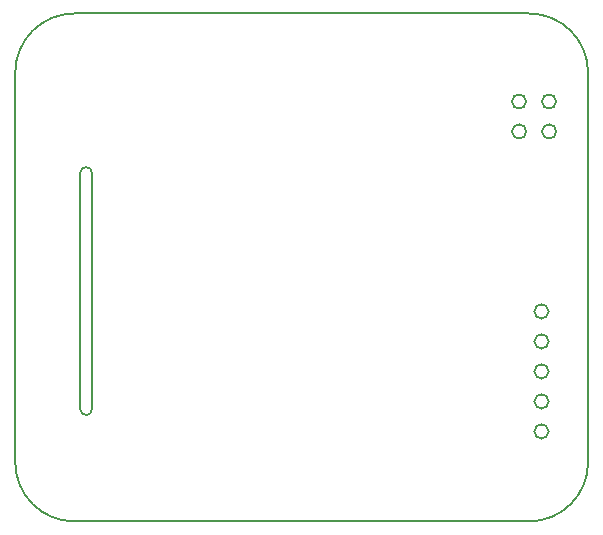
<source format=gbr>
G04 #@! TF.GenerationSoftware,KiCad,Pcbnew,5.0.2-bee76a0~70~ubuntu18.04.1*
G04 #@! TF.CreationDate,2019-03-04T23:14:38+01:00*
G04 #@! TF.ProjectId,anotterwatch,616e6f74-7465-4727-9761-7463682e6b69,rev?*
G04 #@! TF.SameCoordinates,Original*
G04 #@! TF.FileFunction,Profile,NP*
%FSLAX46Y46*%
G04 Gerber Fmt 4.6, Leading zero omitted, Abs format (unit mm)*
G04 Created by KiCad (PCBNEW 5.0.2-bee76a0~70~ubuntu18.04.1) date Mo 04 Mär 2019 23:14:38 CET*
%MOMM*%
%LPD*%
G01*
G04 APERTURE LIST*
%ADD10C,0.150000*%
G04 APERTURE END LIST*
D10*
X84500000Y-102000000D02*
G75*
G02X83500000Y-102000000I-500000J0D01*
G01*
X83500000Y-82000000D02*
G75*
G02X84500000Y-82000000I500000J0D01*
G01*
X84500000Y-82000000D02*
X84500000Y-102000000D01*
X121252400Y-75946000D02*
G75*
G03X121252400Y-75946000I-600000J0D01*
G01*
X121260400Y-78486000D02*
G75*
G03X121260400Y-78486000I-600000J0D01*
G01*
X123792400Y-75946000D02*
G75*
G03X123792400Y-75946000I-600000J0D01*
G01*
X123800400Y-78486000D02*
G75*
G03X123800400Y-78486000I-600000J0D01*
G01*
X123159000Y-96266000D02*
G75*
G03X123159000Y-96266000I-600000J0D01*
G01*
X123159000Y-101346000D02*
G75*
G03X123159000Y-101346000I-600000J0D01*
G01*
X123151000Y-103886000D02*
G75*
G03X123151000Y-103886000I-600000J0D01*
G01*
X123151000Y-93726000D02*
G75*
G03X123151000Y-93726000I-600000J0D01*
G01*
X83500000Y-82000000D02*
X83500000Y-102000000D01*
X123155000Y-98806000D02*
G75*
G03X123155000Y-98806000I-600000J0D01*
G01*
X78000000Y-73500000D02*
G75*
G02X83000000Y-68500000I5000000J0D01*
G01*
X83000000Y-111500000D02*
G75*
G02X78000000Y-106500000I0J5000000D01*
G01*
X126500000Y-106500000D02*
G75*
G02X121500000Y-111500000I-5000000J0D01*
G01*
X121500000Y-68500000D02*
G75*
G02X126500000Y-73500000I0J-5000000D01*
G01*
X78000000Y-106500000D02*
X78000000Y-73500000D01*
X121500000Y-111500000D02*
X83000000Y-111500000D01*
X126500000Y-73500000D02*
X126500000Y-106500000D01*
X83000000Y-68500000D02*
X121500000Y-68500000D01*
M02*

</source>
